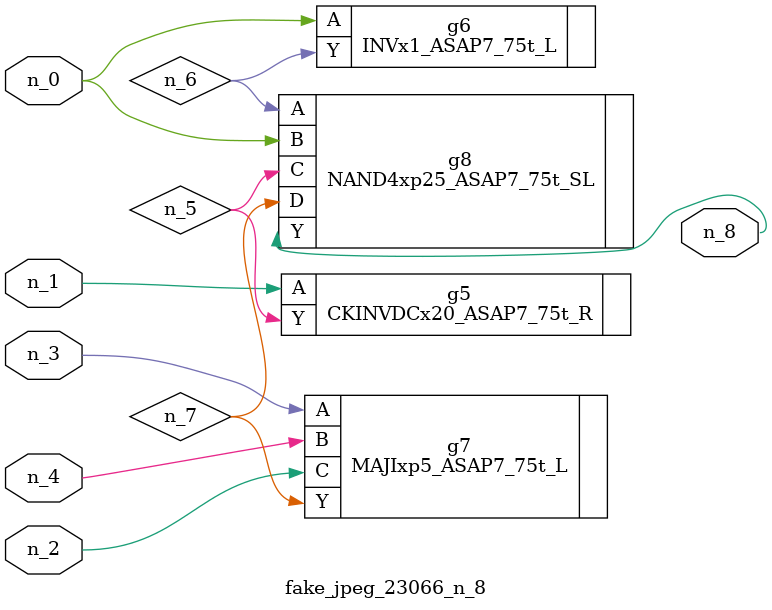
<source format=v>
module fake_jpeg_23066_n_8 (n_3, n_2, n_1, n_0, n_4, n_8);

input n_3;
input n_2;
input n_1;
input n_0;
input n_4;

output n_8;

wire n_6;
wire n_5;
wire n_7;

CKINVDCx20_ASAP7_75t_R g5 ( 
.A(n_1),
.Y(n_5)
);

INVx1_ASAP7_75t_L g6 ( 
.A(n_0),
.Y(n_6)
);

MAJIxp5_ASAP7_75t_L g7 ( 
.A(n_3),
.B(n_4),
.C(n_2),
.Y(n_7)
);

NAND4xp25_ASAP7_75t_SL g8 ( 
.A(n_6),
.B(n_0),
.C(n_5),
.D(n_7),
.Y(n_8)
);


endmodule
</source>
